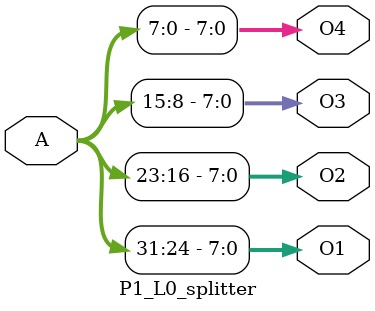
<source format=v>
`timescale 1ns / 1ps
module P1_L0_splitter(
    input [31:0] A,
    output [7:0] O1,
    output [7:0] O2,
    output [7:0] O3,
    output [7:0] O4
    );
assign  O1 = A [31:24];
assign  O2 = A [23:16];
assign  O3 = A [15:8];
assign  O4 = A [7:0];
endmodule

</source>
